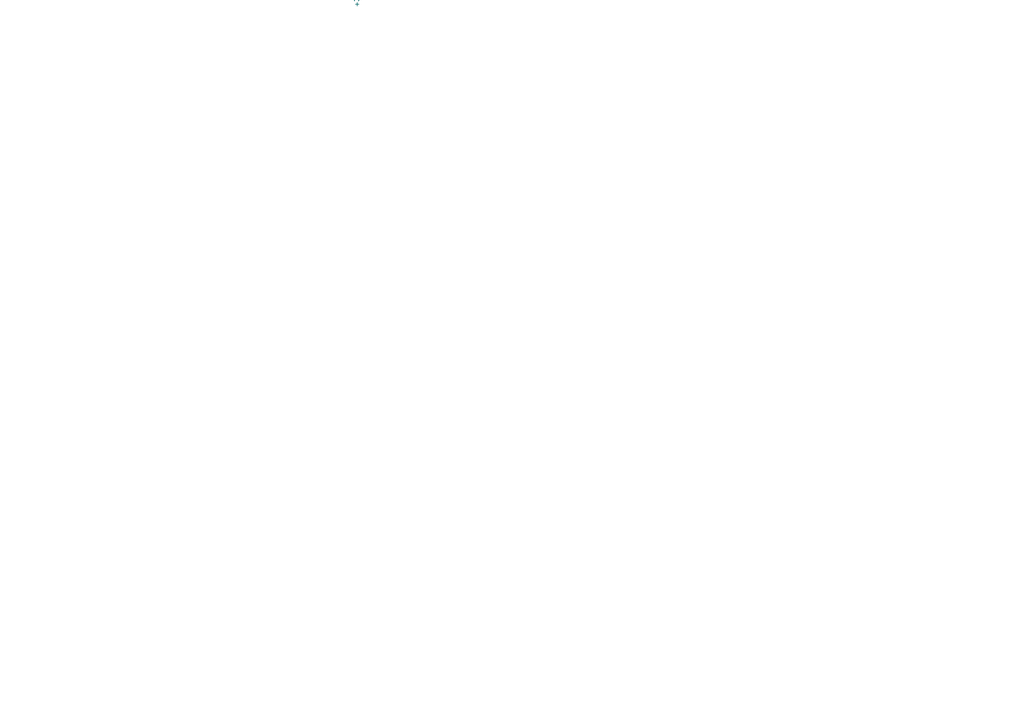
<source format=kicad_sch>
(kicad_sch (version 20211123) (generator eeschema)
  (paper "A4")
  (lib_symbols
    (symbol "Connector:AudioJack3"
      (property "Reference" "J" (at 0 8.89 0))
      (property "Value" "AudioJack3" (at 0 6.35 0))
      (symbol "AudioJack3_1_1"
        (pin passive line (at 5.08 0 180) (length 2.54) (name "~") (number "R"))
        (pin passive line (at 5.08 2.54 180) (length 2.54) (name "~") (number "S"))
        (pin passive line (at 5.08 -2.54 180) (length 2.54) (name "~") (number "T"))
      )
    )
    (symbol "Connector_Generic:Conn_01x02" (pin_names (offset 1.016) hide)
      (property "Reference" "J" (at 0 2.54 0))
      (property "Value" "Conn_01x02" (at 0 -5.08 0))
      (symbol "Conn_01x02_1_1"
        (pin passive line (at -5.08 0 0) (length 3.81) (name "Pin_1") (number "1"))
        (pin passive line (at -5.08 -2.54 0) (length 3.81) (name "Pin_2") (number "2"))
      )
    )
    (symbol "Connector_Generic:Conn_01x03" (pin_names (offset 1.016) hide)
      (property "Reference" "J" (at 0 5.08 0))
      (property "Value" "Conn_01x03" (at 0 -5.08 0))
      (symbol "Conn_01x03_1_1"
        (pin passive line (at -5.08 2.54 0) (length 3.81) (name "Pin_1") (number "1"))
        (pin passive line (at -5.08 0 0) (length 3.81) (name "Pin_2") (number "2"))
        (pin passive line (at -5.08 -2.54 0) (length 3.81) (name "Pin_3") (number "3"))
      )
    )
    (symbol "Connector_Generic:Conn_01x04" (pin_names (offset 1.016) hide)
      (property "Reference" "J" (at 0 5.08 0))
      (property "Value" "Conn_01x04" (at 0 -7.62 0))
      (symbol "Conn_01x04_1_1"
        (pin passive line (at -5.08 2.54 0) (length 3.81) (name "Pin_1") (number "1"))
        (pin passive line (at -5.08 0 0) (length 3.81) (name "Pin_2") (number "2"))
        (pin passive line (at -5.08 -2.54 0) (length 3.81) (name "Pin_3") (number "3"))
        (pin passive line (at -5.08 -5.08 0) (length 3.81) (name "Pin_4") (number "4"))
      )
    )
    (symbol "Connector_Generic:Conn_01x07" (pin_names (offset 1.016) hide)
      (property "Reference" "J" (at 0 10.16 0))
      (property "Value" "Conn_01x07" (at 0 -10.16 0))
      (symbol "Conn_01x07_1_1"
        (pin passive line (at -5.08 7.62 0) (length 3.81) (name "Pin_1") (number "1"))
        (pin passive line (at -5.08 5.08 0) (length 3.81) (name "Pin_2") (number "2"))
        (pin passive line (at -5.08 2.54 0) (length 3.81) (name "Pin_3") (number "3"))
        (pin passive line (at -5.08 0 0) (length 3.81) (name "Pin_4") (number "4"))
        (pin passive line (at -5.08 -2.54 0) (length 3.81) (name "Pin_5") (number "5"))
        (pin passive line (at -5.08 -5.08 0) (length 3.81) (name "Pin_6") (number "6"))
        (pin passive line (at -5.08 -7.62 0) (length 3.81) (name "Pin_7") (number "7"))
      )
    )
    (symbol "Device:Battery_Cell" (pin_numbers hide) (pin_names (offset 0) hide)
      (property "Reference" "BT" (at 2.54 2.54 0))
      (property "Value" "Battery_Cell" (at 2.54 0 0))
      (symbol "Battery_Cell_1_1"
        (pin passive line (at 0 5.08 270) (length 2.54) (name "+") (number "1"))
        (pin passive line (at 0 -2.54 90) (length 2.54) (name "-") (number "2"))
      )
    )
    (symbol "Device:R" (pin_numbers hide) (pin_names (offset 0))
      (property "Reference" "R" (at 2.032 0 90))
      (property "Value" "R" (at 0 0 90))
      (symbol "R_1_1"
        (pin passive line (at 0 3.81 270) (length 1.27) (name "~") (number "1"))
        (pin passive line (at 0 -3.81 90) (length 1.27) (name "~") (number "2"))
      )
    )
    (symbol "Mechanical:MountingHole" (pin_names (offset 1.016))
      (property "Reference" "H" (at 0 5.08 0))
      (property "Value" "MountingHole" (at 0 3.175 0))
    )
    (symbol "SamacSys_Parts:B3FS-1010" (pin_names (offset 0.762))
      (property "Reference" "S" (at 26.67 7.62 0))
      (property "Value" "B3FS-1010" (at 26.67 5.08 0))
      (symbol "B3FS-1010_0_0"
        (pin passive line (at 30.48 -2.54 180) (length 5.08) (name "COM_1") (number "1"))
        (pin passive line (at 0 -2.54 0) (length 5.08) (name "COM_2") (number "2"))
        (pin passive line (at 30.48 0 180) (length 5.08) (name "NO_1") (number "3"))
        (pin passive line (at 0 0 0) (length 5.08) (name "NO_2") (number "4"))
      )
    )
    (symbol "SamacSys_Parts:PCA9554APW,118" (pin_names (offset 0.762))
      (property "Reference" "IC" (at 24.13 7.62 0))
      (property "Value" "PCA9554APW,118" (at 24.13 5.08 0))
      (symbol "PCA9554APW,118_0_0"
        (pin passive line (at 0 0 0) (length 5.08) (name "A0") (number "1"))
        (pin passive line (at 27.94 -15.24 180) (length 5.08) (name "IO5") (number "10"))
        (pin passive line (at 27.94 -12.7 180) (length 5.08) (name "IO6") (number "11"))
        (pin passive line (at 27.94 -10.16 180) (length 5.08) (name "IO7") (number "12"))
        (pin passive line (at 27.94 -7.62 180) (length 5.08) (name "~{INT}") (number "13"))
        (pin passive line (at 27.94 -5.08 180) (length 5.08) (name "SCL") (number "14"))
        (pin passive line (at 27.94 -2.54 180) (length 5.08) (name "SDA") (number "15"))
        (pin passive line (at 27.94 0 180) (length 5.08) (name "VDD") (number "16"))
        (pin passive line (at 0 -2.54 0) (length 5.08) (name "A1") (number "2"))
        (pin passive line (at 0 -5.08 0) (length 5.08) (name "A2") (number "3"))
        (pin passive line (at 0 -7.62 0) (length 5.08) (name "IO0") (number "4"))
        (pin passive line (at 0 -10.16 0) (length 5.08) (name "IO1") (number "5"))
        (pin passive line (at 0 -12.7 0) (length 5.08) (name "IO2") (number "6"))
        (pin passive line (at 0 -15.24 0) (length 5.08) (name "IO3") (number "7"))
        (pin passive line (at 0 -17.78 0) (length 5.08) (name "VSS") (number "8"))
        (pin passive line (at 27.94 -17.78 180) (length 5.08) (name "IO4") (number "9"))
      )
    )
    (symbol "Switch:SW_Push" (pin_numbers hide) (pin_names (offset 1.016) hide)
      (property "Reference" "SW" (at 1.27 2.54 0))
      (property "Value" "SW_Push" (at 0 -1.524 0))
      (symbol "SW_Push_0_1"
        (pin passive line (at -5.08 0 0) (length 2.54) (name "1") (number "1"))
        (pin passive line (at 5.08 0 180) (length 2.54) (name "2") (number "2"))
      )
    )
    (symbol "Teensy_4.0_MicroMod:Teensy_4.0_MicroMod" (pin_names (offset 1.016))
      (property "Reference" "U" (at 10.795 33.02 0))
      (property "Value" "Teensy_4.0_MicroMod" (at 11.43 29.21 0))
      (symbol "Teensy_4.0_MicroMod_0_0"
        (text "Audio" (at -2.54 17.78 900) (effects (font (size 1.27 1.27))))
        (text "Dedicated" (at -5.715 -51.435 900) (effects (font (size 1.27 1.27))))
        (text "GPIO" (at 4.445 -57.15 900) (effects (font (size 1.27 1.27))))
        (text "I2C" (at -3.175 0.635 900) (effects (font (size 1.27 1.27))))
        (text "SDIO" (at -3.175 -17.145 900) (effects (font (size 1.27 1.27))))
        (text "SPI" (at -5.715 -35.56 900) (effects (font (size 1.27 1.27))))
        (text "UART" (at -5.715 -66.675 900) (effects (font (size 1.27 1.27))))
        (text "USB Device" (at 10.795 -32.385 900) (effects (font (size 1.27 1.27))))
        (text "USB Host" (at 10.795 -19.685 900) (effects (font (size 1.27 1.27))))
        (pin input line (at 27.94 20.32 180) (length 5.08) (name "PROGRAM") (number "11"))
        (pin bidirectional line (at 27.94 -32.385 180) (length 5.08) (name "D+") (number "3"))
        (pin power_in line (at 27.94 -1.27 180) (length 5.08) (name "GND") (number "33"))
        (pin bidirectional line (at 27.94 -20.955 180) (length 5.08) (name "D+") (number "35"))
        (pin power_in line (at 27.94 -3.81 180) (length 5.08) (name "GND") (number "36"))
        (pin bidirectional line (at 27.94 -18.415 180) (length 5.08) (name "D-") (number "37"))
        (pin power_in line (at 27.94 -6.35 180) (length 5.08) (name "GND") (number "39"))
        (pin power_in line (at 27.94 -8.89 180) (length 5.08) (name "GND") (number "45"))
        (pin bidirectional line (at 27.94 -29.845 180) (length 5.08) (name "D-") (number "5"))
        (pin input line (at 27.94 17.78 180) (length 5.08) (name "ON_OFF") (number "6"))
        (pin power_in line (at 27.94 1.27 180) (length 5.08) (name "GND") (number "7"))
        (pin input line (at 27.94 15.24 180) (length 5.08) (name "VBat") (number "72"))
        (pin power_in line (at 27.94 -11.43 180) (length 5.08) (name "GND") (number "75"))
        (pin power_in line (at 27.94 -34.925 180) (length 5.08) (name "VUSB") (number "9"))
      )
      (symbol "Teensy_4.0_MicroMod_1_1"
        (pin input line (at 27.94 12.7 180) (length 5.08) (name "GND") (number "1"))
        (pin input line (at -27.94 -55.88 0) (length 5.08) (name "4_D0") (number "10"))
        (pin input line (at -27.94 3.175 0) (length 5.08) (name "18_SDA_A4") (number "12"))
        (pin input line (at -27.94 5.715 0) (length 5.08) (name "19_SCL_A5") (number "14"))
        (pin input line (at -27.94 0.635 0) (length 5.08) (name "29_I2C_INT") (number "16"))
        (pin input line (at -27.94 -63.5 0) (length 5.08) (name "1_TX1") (number "17"))
        (pin input line (at -27.94 -58.42 0) (length 5.08) (name "5_D1") (number "18"))
        (pin input line (at -27.94 -66.04 0) (length 5.08) (name "0_RX1") (number "19"))
        (pin input line (at 27.94 22.86 180) (length 5.08) (name "3.3v") (number "2"))
        (pin input line (at -27.94 -71.12 0) (length 5.08) (name "16_RX2_A2") (number "20"))
        (pin input line (at -27.94 -68.58 0) (length 5.08) (name "17_TX2_A3") (number "22"))
        (pin input line (at -27.94 -50.8 0) (length 5.08) (name "3_PWM0") (number "32"))
        (pin input line (at -27.94 -45.72 0) (length 5.08) (name "14_A0") (number "34"))
        (pin input line (at -27.94 -48.26 0) (length 5.08) (name "15_A1") (number "38"))
        (pin input line (at 27.94 10.16 180) (length 5.08) (name "28_3.3vEN_GPIO") (number "4"))
        (pin input line (at 27.94 -42.545 180) (length 5.08) (name "40_G0") (number "40"))
        (pin input line (at -27.94 28.575 0) (length 5.08) (name "30_CAN_RX") (number "41"))
        (pin input line (at 27.94 -45.085 180) (length 5.08) (name "41_G1") (number "42"))
        (pin input line (at -27.94 31.115 0) (length 5.08) (name "31_CAN_TX") (number "43"))
        (pin input line (at 27.94 -47.625 180) (length 5.08) (name "42_G2") (number "44"))
        (pin input line (at 27.94 -50.165 180) (length 5.08) (name "43_G3") (number "46"))
        (pin input line (at -27.94 -53.34 0) (length 5.08) (name "2_PWM1") (number "47"))
        (pin input line (at 27.94 -52.705 180) (length 5.08) (name "44_G4") (number "48"))
        (pin input line (at 27.94 6.985 180) (length 5.08) (name "22_BATT_VIN_A8") (number "49"))
        (pin input line (at -27.94 12.7 0) (length 5.08) (name "21_BCLK_A7") (number "50"))
        (pin input line (at -27.94 -4.445 0) (length 5.08) (name "25_SDA1_A11") (number "51"))
        (pin input line (at -27.94 15.24 0) (length 5.08) (name "20_LRCLK_A6") (number "52"))
        (pin input line (at -27.94 -1.905 0) (length 5.08) (name "24_SCL1_A10") (number "53"))
        (pin input line (at -27.94 17.78 0) (length 5.08) (name "8_AUD_IN") (number "54"))
        (pin input line (at -27.94 -39.37 0) (length 5.08) (name "10_SPI_CS") (number "55"))
        (pin input line (at -27.94 20.32 0) (length 5.08) (name "7_AUD_OUT") (number "56"))
        (pin input line (at -27.94 -31.75 0) (length 5.08) (name "13_SPI_SCK") (number "57"))
        (pin input line (at -27.94 22.86 0) (length 5.08) (name "23_MCLK_A9") (number "58"))
        (pin input line (at -27.94 -34.29 0) (length 5.08) (name "11_SPI_SDO") (number "59"))
        (pin input line (at -27.94 -11.43 0) (length 5.08) (name "36_SDIO_CLK") (number "60"))
        (pin input line (at -27.94 -36.83 0) (length 5.08) (name "12_SPI_SDI") (number "61"))
        (pin input line (at -27.94 -13.97 0) (length 5.08) (name "37_SDIO_CMD") (number "62"))
        (pin input line (at 27.94 -67.945 180) (length 5.08) (name "33_G10_ADCD+") (number "63"))
        (pin input line (at -27.94 -16.51 0) (length 5.08) (name "35_SDIO_DATA0") (number "64"))
        (pin input line (at 27.94 -65.405 180) (length 5.08) (name "32_G9_ADCD-") (number "65"))
        (pin input line (at -27.94 -19.05 0) (length 5.08) (name "34_SDIO_DATA1") (number "66"))
        (pin input line (at 27.94 -62.865 180) (length 5.08) (name "26_G8_A12") (number "67"))
        (pin input line (at -27.94 -21.59 0) (length 5.08) (name "38_SDIO_DATA2") (number "68"))
        (pin input line (at 27.94 -60.325 180) (length 5.08) (name "9_G7") (number "69"))
        (pin input line (at -27.94 -24.13 0) (length 5.08) (name "39_SDIO_DATA3") (number "70"))
        (pin input line (at 27.94 -57.785 180) (length 5.08) (name "6_G6") (number "71"))
        (pin input line (at 27.94 -55.245 180) (length 5.08) (name "45_G5") (number "73"))
        (pin input line (at 27.94 -70.485 180) (length 5.08) (name "27_G11_A13") (number "8"))
      )
    )
    (symbol "clarinoid2:Molex microSD 503398-1892" (pin_names (offset 1.016))
      (property "Reference" "J" (at -12.7254 15.2654 0))
      (property "Value" "Molex microSD 503398-1892" (at -12.7 -17.78 0))
      (symbol "Molex microSD 503398-1892_0_0"
        (pin passive line (at 17.78 -2.54 180) (length 5.08) (name "DAT2") (number "1"))
        (pin passive line (at 17.78 -7.62 180) (length 5.08) (name "DETECT_SWITCH") (number "10"))
        (pin passive line (at 17.78 -5.08 180) (length 5.08) (name "CD/DAT3^2") (number "2"))
        (pin passive line (at 17.78 7.62 180) (length 5.08) (name "CMD") (number "3"))
        (pin power_in line (at 17.78 12.7 180) (length 5.08) (name "VDD") (number "4"))
        (pin passive clock (at 17.78 5.08 180) (length 5.08) (name "CLK") (number "5"))
        (pin power_in line (at 17.78 -15.24 180) (length 5.08) (name "VSS") (number "6"))
        (pin passive line (at 17.78 2.54 180) (length 5.08) (name "DAT0") (number "7"))
        (pin passive line (at 17.78 0 180) (length 5.08) (name "DAT1") (number "8"))
        (pin power_in line (at 17.78 -15.24 180) (length 5.08) (name "VSS") (number "9"))
        (pin passive line (at 17.78 -12.7 180) (length 5.08) (name "SHIELD") (number "P1"))
        (pin passive line (at 17.78 -12.7 180) (length 5.08) (name "SHIELD") (number "P2"))
        (pin passive line (at 17.78 -12.7 180) (length 5.08) (name "SHIELD") (number "P3"))
        (pin passive line (at 17.78 -12.7 180) (length 5.08) (name "SHIELD") (number "P4"))
      )
    )
    (symbol "clarinoid2:StereoPot_SW" (pin_names (offset 1.016) hide)
      (property "Reference" "J" (at 0 10.16 0))
      (property "Value" "StereoPot_SW" (at -3.81 -13.97 0))
      (symbol "StereoPot_SW_0_0"
        (text "R1gnd" (at 0 2.54 0) (effects (font (size 1.27 1.27)) (justify left)))
        (text "R1in" (at 0 -2.54 0) (effects (font (size 1.27 1.27)) (justify left)))
        (text "R1out" (at 0 0 0) (effects (font (size 1.27 1.27)) (justify left)))
        (text "R2gnd" (at 0 -5.08 0) (effects (font (size 1.27 1.27)) (justify left)))
        (text "R2in" (at 0 -10.16 0) (effects (font (size 1.27 1.27)) (justify left)))
        (text "R2out" (at 0 -7.62 0) (effects (font (size 1.27 1.27)) (justify left)))
        (text "SW1" (at 0 7.62 0) (effects (font (size 1.27 1.27)) (justify left)))
        (text "SW2" (at 0 5.08 0) (effects (font (size 1.27 1.27)) (justify left)))
      )
      (symbol "StereoPot_SW_1_1"
        (pin passive line (at -5.08 7.62 0) (length 3.81) (name "SW1") (number "1"))
        (pin passive line (at -5.08 5.08 0) (length 3.81) (name "SW2") (number "2"))
        (pin passive line (at -5.08 2.54 0) (length 3.81) (name "Lin") (number "3"))
        (pin passive line (at -5.08 0 0) (length 3.81) (name "Lout") (number "4"))
        (pin passive line (at -5.08 -2.54 0) (length 3.81) (name "AGND") (number "5"))
        (pin passive line (at -5.08 -5.08 0) (length 3.81) (name "Rin") (number "6"))
        (pin passive line (at -5.08 -7.62 0) (length 3.81) (name "Rout") (number "7"))
        (pin passive line (at -5.08 -10.16 0) (length 3.81) (name "Rout") (number "8"))
      )
    )
    (symbol "clarinoid2:octave_keys_7" (pin_names (offset 1.016))
      (property "Reference" "U" (at 5.08 5.08 0))
      (property "Value" "octave_keys_7" (at -2.54 2.54 0))
      (symbol "octave_keys_7_1_1"
        (pin input line (at -8.89 6.35 270) (length 2.54) (name "~") (number "1"))
        (pin input line (at -6.35 6.35 270) (length 2.54) (name "~") (number "2"))
        (pin input line (at -3.81 6.35 270) (length 2.54) (name "~") (number "3"))
        (pin input line (at -1.27 6.35 270) (length 2.54) (name "~") (number "4"))
        (pin input line (at 1.27 6.35 270) (length 2.54) (name "~") (number "5"))
        (pin input line (at 3.81 6.35 270) (length 2.54) (name "~") (number "6"))
      )
    )
    (symbol "clarinoid3-rescue:R_POT-Device" (pin_names (offset 1.016) hide)
      (property "Reference" "RV" (at -4.445 0 90))
      (property "Value" "R_POT-Device" (at -2.54 0 90))
      (symbol "R_POT-Device_1_1"
        (pin passive line (at 0 3.81 270) (length 1.27) (name "1") (number "1"))
        (pin passive line (at 3.81 0 180) (length 1.27) (name "2") (number "2"))
        (pin passive line (at 0 -3.81 90) (length 1.27) (name "3") (number "3"))
      )
    )
    (symbol "clarinoid3-rescue:Rotary_Encoder_Switch-Device" (pin_names (offset 0.254) hide)
      (property "Reference" "SW" (at 0 6.604 0))
      (property "Value" "Rotary_Encoder_Switch-Device" (at 0 -6.604 0))
      (symbol "Rotary_Encoder_Switch-Device_1_1"
        (pin passive line (at -7.62 2.54 0) (length 2.54) (name "A") (number "A"))
        (pin passive line (at -7.62 -2.54 0) (length 2.54) (name "B") (number "B"))
        (pin passive line (at -7.62 0 0) (length 2.54) (name "C") (number "C"))
        (pin passive line (at 7.62 2.54 180) (length 2.54) (name "S1") (number "S1"))
        (pin passive line (at 7.62 -2.54 180) (length 2.54) (name "S2") (number "S2"))
      )
    )
    (symbol "clarinoid3-rescue:USB_B_Micro-Connector" (pin_names (offset 1.016))
      (property "Reference" "J" (at -5.08 11.43 0))
      (property "Value" "USB_B_Micro-Connector" (at -5.08 8.89 0))
      (symbol "USB_B_Micro-Connector_1_1"
        (pin power_out line (at 7.62 5.08 180) (length 2.54) (name "VBUS") (number "1"))
        (pin passive line (at 7.62 -2.54 180) (length 2.54) (name "D-") (number "2"))
        (pin passive line (at 7.62 0 180) (length 2.54) (name "D+") (number "3"))
        (pin passive line (at 7.62 -5.08 180) (length 2.54) (name "ID") (number "4"))
        (pin power_out line (at 0 -10.16 90) (length 2.54) (name "GND") (number "5"))
        (pin passive line (at -2.54 -10.16 90) (length 2.54) (name "Shield") (number "6"))
      )
    )
    (symbol "clarinoidSymbols:AdafruitMPR121" (pin_names (offset 1.016))
      (property "Reference" "U" (at 0 20.32 0))
      (property "Value" "AdafruitMPR121" (at 3.81 -15.24 0))
      (symbol "AdafruitMPR121_0_0"
        (pin open_collector line (at -15.24 -11.43 0) (length 5.08) (name "10") (number "10"))
        (pin open_collector line (at -15.24 -13.97 0) (length 5.08) (name "11") (number "11"))
        (pin output line (at 16.51 1.27 180) (length 5.08) (name "IRQ") (number "13"))
        (pin bidirectional line (at 16.51 3.81 180) (length 5.08) (name "SCL") (number "14"))
        (pin bidirectional line (at 16.51 6.35 180) (length 5.08) (name "SDA") (number "15"))
        (pin bidirectional line (at 16.51 8.89 180) (length 5.08) (name "Addr") (number "16"))
        (pin power_in line (at 16.51 11.43 180) (length 5.08) (name "GND") (number "17"))
        (pin power_out line (at 16.51 13.97 180) (length 5.08) (name "3vo") (number "18"))
        (pin power_in line (at 16.51 16.51 180) (length 5.08) (name "Vin") (number "19"))
        (pin open_collector line (at -15.24 6.35 0) (length 5.08) (name "3") (number "3"))
        (pin open_collector line (at -15.24 3.81 0) (length 5.08) (name "4") (number "4"))
        (pin open_collector line (at -15.24 1.27 0) (length 5.08) (name "5") (number "5"))
        (pin open_collector line (at -15.24 -1.27 0) (length 5.08) (name "6") (number "6"))
        (pin open_collector line (at -15.24 -3.81 0) (length 5.08) (name "7") (number "7"))
        (pin open_collector line (at -15.24 -6.35 0) (length 5.08) (name "8") (number "8"))
        (pin open_collector line (at -15.24 -8.89 0) (length 5.08) (name "9") (number "9"))
      )
      (symbol "AdafruitMPR121_1_1"
        (pin open_collector line (at -15.24 13.97 0) (length 5.08) (name "0") (number "0"))
        (pin open_collector line (at -15.24 11.43 0) (length 5.08) (name "1") (number "1"))
        (pin power_in line (at -15.24 16.51 0) (length 5.08) (name "GND") (number "12"))
        (pin open_collector line (at -15.24 8.89 0) (length 5.08) (name "2") (number "2"))
      )
    )
    (symbol "clarinoidSymbols:HoneywellABPMAND001PG2A3" (pin_names (offset 1.016))
      (property "Reference" "U" (at 2.54 -7.62 0))
      (property "Value" "HoneywellABPMAND001PG2A3" (at 0 8.89 0))
      (symbol "HoneywellABPMAND001PG2A3_1_1"
        (pin power_in line (at -8.89 -3.81 0) (length 2.54) (name "GND") (number "1"))
        (pin power_in line (at -8.89 0 0) (length 2.54) (name "Vs") (number "2"))
        (pin output line (at -8.89 3.81 0) (length 2.54) (name "INT") (number "3"))
        (pin output line (at 8.89 3.81 180) (length 2.54) (name "NC") (number "4"))
        (pin bidirectional line (at 8.89 0 180) (length 2.54) (name "SDA") (number "5"))
        (pin input line (at 8.89 -3.81 180) (length 2.54) (name "SCL") (number "6"))
      )
    )
    (symbol "clarinoidSymbols:MH-CD42" (pin_names (offset 1.016))
      (property "Reference" "U" (at -6.35 -10.16 0))
      (property "Value" "MH-CD42" (at -2.54 8.89 0))
      (symbol "MH-CD42_1_1"
        (pin power_in line (at -10.16 1.27 0) (length 2.54) (name "BAT+") (number "~"))
        (pin power_in line (at -10.16 -1.27 0) (length 2.54) (name "BAT-") (number "~"))
        (pin power_in line (at -10.16 -6.35 0) (length 2.54) (name "Charge+") (number "~"))
        (pin power_in line (at -10.16 -3.81 0) (length 2.54) (name "Charge-") (number "~"))
        (pin input line (at 10.16 6.35 180) (length 2.54) (name "Key") (number "~"))
        (pin power_out line (at -10.16 6.35 0) (length 2.54) (name "Out_5v") (number "~"))
        (pin power_out line (at -10.16 3.81 0) (length 2.54) (name "Out_Gnd") (number "~"))
      )
    )
    (symbol "clarinoidSymbols:PCM5102" (pin_names (offset 1.016))
      (property "Reference" "U" (at 2.54 15.24 0))
      (property "Value" "PCM5102" (at -1.27 -11.43 0))
      (symbol "PCM5102_1_1"
        (pin power_in line (at 8.89 1.27 180) (length 2.54) (name "A3v3") (number "~"))
        (pin output line (at 8.89 -6.35 180) (length 2.54) (name "Agnd") (number "~"))
        (pin power_in line (at 8.89 -1.27 180) (length 2.54) (name "Agnd") (number "~"))
        (pin input line (at -8.89 8.89 0) (length 2.54) (name "BCK") (number "~"))
        (pin input line (at 8.89 8.89 180) (length 2.54) (name "DEMP") (number "~"))
        (pin input line (at -8.89 6.35 0) (length 2.54) (name "DIN") (number "~"))
        (pin input line (at 8.89 11.43 180) (length 2.54) (name "FLT") (number "~"))
        (pin input line (at 8.89 3.81 180) (length 2.54) (name "FMT") (number "~"))
        (pin power_in line (at -8.89 1.27 0) (length 2.54) (name "GND") (number "~"))
        (pin input line (at -8.89 3.81 0) (length 2.54) (name "LCK") (number "~"))
        (pin output line (at 8.89 -8.89 180) (length 2.54) (name "LRout") (number "~"))
        (pin output line (at 8.89 -3.81 180) (length 2.54) (name "Rout") (number "~"))
        (pin input line (at -8.89 11.43 0) (length 2.54) (name "SCK") (number "~"))
        (pin power_in line (at -8.89 -1.27 0) (length 2.54) (name "Vin") (number "~"))
        (pin input line (at 8.89 6.35 180) (length 2.54) (name "XSMT") (number "~"))
      )
    )
    (symbol "power:+3.3V" (power) (pin_names (offset 0))
      (property "Value" "+3.3V" (at 0 3.556 0))
      (symbol "+3.3V_1_1"
        (pin power_in line (at 0 0 90) (length 0) hide (name "+3V3") (number "1"))
      )
    )
    (symbol "power:GND" (power) (pin_names (offset 0))
      (property "Value" "GND" (at 0 -3.81 0))
      (symbol "GND_1_1"
        (pin power_in line (at 0 0 270) (length 0) hide (name "GND") (number "1"))
      )
    )
  )
  (wire (pts (xy 359.41 -134.62) (xy 364.49 -134.62)))
  (wire (pts (xy 364.49 -139.7) (xy 359.41 -139.7)))
  (wire (pts (xy -43.18 -30.48) (xy -33.02 -30.48)))
  (wire (pts (xy -27.94 -25.4) (xy -21.59 -25.4)))
  (wire (pts (xy 404.495 -129.54) (xy 396.24 -129.54)))
  (wire (pts (xy -33.02 -27.94) (xy -21.59 -27.94)))
  (wire (pts (xy 359.41 -139.7) (xy 359.41 -134.62)))
  (wire (pts (xy -27.94 -22.86) (xy -27.94 -25.4)))
  (wire (pts (xy 404.495 -124.46) (xy 396.24 -124.46)))
  (wire (pts (xy 404.495 -116.84) (xy 396.24 -116.84)))
  (wire (pts (xy 404.495 -119.38) (xy 396.24 -119.38)))
  (wire (pts (xy -43.18 -22.86) (xy -27.94 -22.86)))
  (wire (pts (xy -33.02 -30.48) (xy -33.02 -27.94)))
  (wire (pts (xy 404.495 -121.92) (xy 396.24 -121.92)))
  (wire (pts (xy 404.495 -127) (xy 396.24 -127)))
  (global_label "i2c_sda" (shape input) (at 364.49 -132.08 180) (property "Intersheet References" "${INTERSHEET_REFS}" (effects hide)))
  (global_label "i2c_scl" (shape input) (at 229.87 -105.41 0) (property "Intersheet References" "${INTERSHEET_REFS}" (effects hide)))
  (global_label "i2c_sda" (shape input) (at 543.56 -123.19 0) (property "Intersheet References" "${INTERSHEET_REFS}" (effects hide)))
  (global_label "i2c_scl" (shape input) (at 497.84 -76.835 180) (property "Intersheet References" "${INTERSHEET_REFS}" (effects hide)))
  (global_label "i2c_sda" (shape input) (at 497.84 -79.375 180) (property "Intersheet References" "${INTERSHEET_REFS}" (effects hide)))
  (global_label "i2c_scl" (shape input) (at 364.49 -129.54 180) (property "Intersheet References" "${INTERSHEET_REFS}" (effects hide)))
  (global_label "i2c_sda" (shape input) (at 229.87 -102.87 0) (property "Intersheet References" "${INTERSHEET_REFS}" (effects hide)))
  (global_label "i2c_scl" (shape input) (at 330.835 -111.125 180) (property "Intersheet References" "${INTERSHEET_REFS}" (effects hide)))
  (global_label "i2c_sda" (shape input) (at 330.835 -108.585 180) (property "Intersheet References" "${INTERSHEET_REFS}" (effects hide)))
  (global_label "i2c_sda" (shape input) (at 530.86 -98.425 180) (property "Intersheet References" "${INTERSHEET_REFS}" (effects hide)))
  (global_label "i2c_scl" (shape input) (at 543.56 -119.38 0) (property "Intersheet References" "${INTERSHEET_REFS}" (effects hide)))
  (global_label "i2c_scl" (shape input) (at 530.86 -95.885 180) (property "Intersheet References" "${INTERSHEET_REFS}" (effects hide)))
  (symbol (lib_id "clarinoidSymbols:AdafruitMPR121") (at 213.36 -109.22 0) (mirror x) (unit 1)
    (property "Reference" "U2" (at 211.0232 -85.979 0))
    (property "Value" "AdafruitMPR121" (at 211.0232 -88.2904 0))
    (property "Footprint" "clarinoid2:MPR121_hdr_0keys_copy" (effects hide))
  )
  (symbol (lib_id "clarinoidSymbols:AdafruitMPR121") (at 381 -125.73 0) (mirror y) (unit 1)
    (property "Reference" "U3" (at 382.7018 -148.971 0))
    (property "Value" "AdafruitMPR121" (at 382.7018 -146.6596 0))
    (property "Footprint" "clarinoid2:MPR121_hdr_12keys" (effects hide))
  )
  (symbol (lib_id "clarinoidSymbols:MH-CD42") (at -11.43 -26.67 0) (unit 1)
    (property "Reference" "U5" (at -11.43 -38.735 0))
    (property "Value" "MH-CD42" (at -11.43 -36.4236 0))
    (property "Footprint" "clarinoid2:MH-CD42_flip_window" (effects hide))
  )
  (symbol (lib_id "clarinoidSymbols:PCM5102") (at -50.8 2.54 0) (unit 1)
    (property "Reference" "U6" (at -50.8 -15.621 0))
    (property "Value" "PCM5102" (at -50.8 -13.3096 0))
    (property "Footprint" "clarinoid2:HILETGOPCM5102" (effects hide))
  )
  (symbol (lib_id "Device:Battery_Cell") (at -43.18 -25.4 0) (unit 1)
    (property "Reference" "BT1" (at -40.1828 -27.8384 0) (effects (justify left)))
    (property "Value" "Battery_Cell" (at -40.1828 -25.527 0) (effects (justify left)))
    (property "Footprint" "clarinoid2:KEYSTONE_1043" (effects hide))
  )
  (symbol (lib_id "Switch:SW_Push") (at 384.81 -72.39 0) (unit 1)
    (property "Reference" "SW10" (at 384.81 -79.629 0))
    (property "Value" "LHx1" (at 384.81 -77.3176 0))
    (property "Footprint" "clarinoid2:MB2511S2G45" (effects hide))
  )
  (symbol (lib_id "Switch:SW_Push") (at 401.32 -72.39 0) (unit 1)
    (property "Reference" "SW11" (at 401.32 -79.629 0))
    (property "Value" "LHx2" (at 401.32 -77.3176 0))
    (property "Footprint" "clarinoid2:MB2511S2G45" (effects hide))
  )
  (symbol (lib_id "Switch:SW_Push") (at 415.29 -62.23 0) (unit 1)
    (property "Reference" "SW12" (at 415.29 -69.469 0))
    (property "Value" "LHback" (at 415.29 -67.1576 0))
    (property "Footprint" "clarinoid2:MB2511S4W01-BC" (effects hide))
  )
  (symbol (lib_id "Switch:SW_Push") (at 427.99 -73.66 0) (unit 1)
    (property "Reference" "SW13" (at 427.99 -80.899 0))
    (property "Value" "LHx3" (at 427.99 -78.5876 0))
    (property "Footprint" "clarinoid2:MB2511S2G45" (effects hide))
  )
  (symbol (lib_id "Switch:SW_Push") (at 441.96 -62.23 0) (unit 1)
    (property "Reference" "SW14" (at 441.96 -69.469 0))
    (property "Value" "LHok" (at 441.96 -67.1576 0))
    (property "Footprint" "clarinoid2:MB2511S4W01-BC" (effects hide))
  )
  (symbol (lib_id "Switch:SW_Push") (at 100.33 -105.41 0) (unit 1)
    (property "Reference" "SW5" (at 100.33 -112.649 0))
    (property "Value" "RHx2" (at 100.33 -110.3376 0))
    (property "Footprint" "clarinoid2:MB2511S2G45" (effects hide))
  )
  (symbol (lib_id "Switch:SW_Push") (at 119.38 -105.41 0) (unit 1)
    (property "Reference" "SW6" (at 119.38 -112.649 0))
    (property "Value" "RHx3" (at 119.38 -110.3376 0))
    (property "Footprint" "clarinoid2:MB2511S2G45" (effects hide))
  )
  (symbol (lib_id "Switch:SW_Push") (at 81.28 -106.68 0) (unit 1)
    (property "Reference" "SW3" (at 81.28 -113.919 0))
    (property "Value" "RHx1" (at 81.28 -111.6076 0))
    (property "Footprint" "clarinoid2:MB2511S2G45" (effects hide))
  )
  (symbol (lib_id "clarinoid3-rescue:Rotary_Encoder_Switch-Device") (at 384.175 -165.1 0) (unit 1)
    (property "Reference" "SW9" (at 384.175 -174.4218 0))
    (property "Value" "Rotary_Encoder_Switch" (at 384.175 -172.1104 0))
    (property "Footprint" "clarinoid3:Bourns_ENC_PEC11R-4215F-S0024" (effects hide))
  )
  (symbol (lib_id "clarinoid3-rescue:R_POT-Device") (at 103.505 -10.795 180) (unit 1)
    (property "Reference" "RV2" (at 106.426 -10.795 90))
    (property "Value" "PITCH" (at 108.7374 -10.795 90))
    (property "Footprint" "clarinoid2:MAT060-B100K-231-A01" (effects hide))
  )
  (symbol (lib_id "Connector_Generic:Conn_01x03") (at -195.58 -99.06 0) (unit 1)
    (property "Reference" "J1" (at -193.548 -100.1268 0) (effects (justify left)))
    (property "Value" "LEDHdr" (at -193.548 -97.8154 0) (effects (justify left)))
    (property "Footprint" "clarinoid2:solder point DIP 1x3" (effects hide))
  )
  (symbol (lib_id "Connector_Generic:Conn_01x07") (at -35.56 -99.06 0) (unit 1)
    (property "Reference" "J2" (at -33.528 -100.1268 0) (effects (justify left)))
    (property "Value" "OLEDHdr" (at -33.528 -97.8154 0) (effects (justify left)))
    (property "Footprint" "clarinoid2:solder point DIP 1x7" (effects hide))
  )
  (symbol (lib_id "clarinoidSymbols:HoneywellABPMAND001PG2A3") (at 534.67 -123.19 0) (unit 1)
    (property "Reference" "U7" (at 534.67 -135.001 0))
    (property "Value" "HoneywellABPMAND001PG2A3" (at 534.67 -132.6896 0))
    (property "Footprint" "clarinoid2:SON160P500X500X140-6N" (effects hide))
  )
  (symbol (lib_id "Connector:AudioJack3") (at 0 -73.66 0) (unit 1)
    (property "Reference" "J5" (at -0.4572 -81.915 0))
    (property "Value" "AudioOut" (at -0.4572 -79.6036 0))
    (property "Footprint" "clarinoid2:Switchcraft_35RAPC4BH3_3.5mm_female_jack_nosw_downfacing" (effects hide))
  )
  (symbol (lib_id "Connector:AudioJack3") (at 0 -90.17 0) (unit 1)
    (property "Reference" "J4" (at -0.4572 -98.425 0))
    (property "Value" "MIDIOut" (at -0.4572 -96.1136 0))
    (property "Footprint" "clarinoid2:Switchcraft_35RAPC4BH3_3.5mm_female_jack_nosw_downfacing" (effects hide))
  )
  (symbol (lib_id "Connector_Generic:Conn_01x04") (at 535.94 -98.425 0) (unit 1)
    (property "Reference" "J7" (at 537.972 -98.2218 0) (effects (justify left)))
    (property "Value" "BREATHI2CHdr" (at 537.972 -95.9104 0) (effects (justify left)))
    (property "Footprint" "clarinoid2:solder point DIP 1x4" (effects hide))
  )
  (symbol (lib_id "clarinoid2:octave_keys_7") (at 410.845 -125.73 90) (unit 1)
    (property "Reference" "U8" (at 406.2984 -135.3312 0) (effects (justify left)))
    (property "Value" "octave_keys" (at 408.6098 -135.3312 0) (effects (justify left)))
    (property "Footprint" "clarinoid2:CLARINOID_M6_6OCTAVES" (effects hide))
  )
  (symbol (lib_id "Device:R") (at 8.89 -92.71 270) (unit 1)
    (property "Reference" "R1" (at 8.89 -97.9678 90))
    (property "Value" "47" (at 8.89 -95.6564 90))
    (property "Footprint" "Resistor_SMD:R_0603_1608Metric" (effects hide))
  )
  (symbol (lib_id "Device:R") (at 8.89 -90.17 270) (unit 1)
    (property "Reference" "R2" (at 8.89 -95.4278 90))
    (property "Value" "47" (at 8.89 -93.1164 90))
    (property "Footprint" "Resistor_SMD:R_0603_1608Metric" (effects hide))
  )
  (symbol (lib_id "Connector_Generic:Conn_01x03") (at 94.615 -10.795 180) (unit 1)
    (property "Reference" "J10" (at 92.583 -9.7282 0) (effects (justify left)))
    (property "Value" "pitch_pitchhdr" (at 92.583 -12.0396 0) (effects (justify left)))
    (property "Footprint" "clarinoid2:solder point DIP 1x3" (effects hide))
  )
  (symbol (lib_id "Connector_Generic:Conn_01x04") (at 227.33 -69.85 0) (unit 1)
    (property "Reference" "J12" (at 229.362 -69.6468 0) (effects (justify left)))
    (property "Value" "RHI2CHdr" (at 229.362 -67.3354 0) (effects (justify left)))
    (property "Footprint" "clarinoid2:solder point DIP 1x4" (effects hide))
  )
  (symbol (lib_id "Connector_Generic:Conn_01x02") (at 227.33 -59.69 0) (unit 1)
    (property "Reference" "J13" (at 229.362 -59.4868 0) (effects (justify left)))
    (property "Value" "RHencHdr" (at 229.362 -57.1754 0) (effects (justify left)))
    (property "Footprint" "clarinoid2:solder point DIP 1x2" (effects hide))
  )
  (symbol (lib_id "Connector_Generic:Conn_01x03") (at -35.56 -71.12 0) (unit 1)
    (property "Reference" "J9" (at -33.528 -72.1868 0) (effects (justify left)))
    (property "Value" "RH_PitchHdr" (at -33.528 -69.8754 0) (effects (justify left)))
    (property "Footprint" "clarinoid2:solder point DIP 1x3" (effects hide))
  )
  (symbol (lib_id "power:GND") (at 478.79 -45.72 90) (unit 1)
    (property "Reference" "#PWR0103" (effects hide))
    (property "Value" "GND" (at 482.0412 -45.847 90) (effects (justify right)))
  )
  (symbol (lib_id "clarinoid3-rescue:USB_B_Micro-Connector") (at -149.86 10.16 0) (unit 1)
    (property "Reference" "J8" (at -148.4122 -1.7018 0))
    (property "Value" "USB_B_Micro" (at -148.4122 0.6096 0))
    (property "Footprint" "Connector_USB:USB_Micro-B_Amphenol_10118194_Horizontal" (effects hide))
  )
  (symbol (lib_id "power:GND") (at 530.86 -93.345 270) (unit 1)
    (property "Reference" "#PWR0104" (effects hide))
    (property "Value" "GND" (at 526.4658 -93.218 0))
  )
  (symbol (lib_id "power:GND") (at 391.795 -162.56 90) (unit 1)
    (property "Reference" "#PWR0106" (effects hide))
    (property "Value" "GND" (at 396.1892 -162.687 0))
  )
  (symbol (lib_id "power:+3.3V") (at 103.505 -6.985 180) (unit 1)
    (property "Reference" "#PWR0129" (effects hide))
    (property "Value" "+3.3V" (at 103.5049 -3.175 90) (effects (justify left)))
  )
  (symbol (lib_id "power:GND") (at 143.51 -105.41 0) (unit 1)
    (property "Reference" "#PWR0126" (effects hide))
    (property "Value" "GND" (at 143.51 -99.06 0))
  )
  (symbol (lib_id "power:GND") (at 497.84 -74.295 270) (unit 1)
    (property "Reference" "#PWR0134" (effects hide))
    (property "Value" "GND" (at 493.4458 -74.168 0))
  )
  (symbol (lib_id "power:GND") (at 364.49 -137.16 270) (unit 1)
    (property "Reference" "#PWR0117" (effects hide))
    (property "Value" "GND" (at 360.68 -137.1601 90) (effects (justify right)))
  )
  (symbol (lib_id "Teensy_4.0_MicroMod:Teensy_4.0_MicroMod") (at -142.24 -92.71 0) (unit 1)
    (property "Reference" "U1" (at -142.24 -134.62 0))
    (property "Value" "Teensy_4.0_MicroMod" (at -142.24 -132.08 0))
    (property "Footprint" "clarinoid2:Teensy_4.0_MicroMod_nospacer" (effects hide))
  )
  (symbol (lib_id "power:+3.3V") (at 530.86 -100.965 90) (unit 1)
    (property "Reference" "#PWR0102" (effects hide))
    (property "Value" "+3.3V" (at 527.05 -100.9651 90) (effects (justify left)))
  )
  (symbol (lib_id "power:GND") (at 433.07 -73.66 90) (unit 1)
    (property "Reference" "#PWR0110" (effects hide))
    (property "Value" "GND" (at 437.4642 -73.787 0))
  )
  (symbol (lib_id "Mechanical:MountingHole") (at -141.605 -144.145 0) (unit 1)
    (property "Reference" "H8" (at -137.16 -145.4151 0) (effects (justify left)))
    (property "Value" "micromod_spacer" (at -137.16 -142.8751 0) (effects (justify left)))
    (property "Footprint" "clarinoid2:Wurth_9774025151_M2.5_spacer_for_micromod" (effects hide))
  )
  (symbol (lib_id "power:+3.3V") (at 99.695 -8.255 180) (unit 1)
    (property "Reference" "#PWR0130" (effects hide))
    (property "Value" "+3.3V" (at 99.695 -2.54 0))
  )
  (symbol (lib_id "power:GND") (at 229.87 -97.79 90) (unit 1)
    (property "Reference" "#PWR0120" (effects hide))
    (property "Value" "GND" (at 233.68 -97.7899 90) (effects (justify right)))
  )
  (symbol (lib_id "power:GND") (at 406.4 -72.39 90) (unit 1)
    (property "Reference" "#PWR0114" (effects hide))
    (property "Value" "GND" (at 410.7942 -72.517 0))
  )
  (symbol (lib_id "power:GND") (at 86.36 -106.68 0) (unit 1)
    (property "Reference" "#PWR0101" (effects hide))
    (property "Value" "GND" (at 86.36 -100.33 0))
  )
  (symbol (lib_id "power:GND") (at 389.89 -72.39 90) (unit 1)
    (property "Reference" "#PWR0113" (effects hide))
    (property "Value" "GND" (at 394.2842 -72.517 0))
  )
  (symbol (lib_id "power:GND") (at 103.505 -14.605 180) (unit 1)
    (property "Reference" "#PWR0128" (effects hide))
    (property "Value" "GND" (at 103.5049 -18.415 90) (effects (justify right)))
  )
  (symbol (lib_id "power:GND") (at 330.835 -106.045 270) (unit 1)
    (property "Reference" "#PWR0132" (effects hide))
    (property "Value" "GND" (at 331.47 -106.0451 90) (effects (justify left)))
  )
  (symbol (lib_id "Mechanical:MountingHole") (at 532.13 -111.76 0) (unit 1)
    (property "Reference" "H4" (at 534.67 -113.0301 0) (effects (justify left)))
    (property "Value" "breath_h1" (at 534.67 -110.4901 0) (effects (justify left)))
    (property "Footprint" "MountingHole:MountingHole_3.2mm_M3_Pad" (effects hide))
  )
  (symbol (lib_id "power:GND") (at 175.26 -132.08 180) (unit 1)
    (property "Reference" "#PWR0122" (effects hide))
    (property "Value" "GND" (at 175.26 -135.89 0))
  )
  (symbol (lib_id "power:+3.3V") (at 525.78 -123.19 90) (unit 1)
    (property "Reference" "#PWR0135" (effects hide))
    (property "Value" "+3.3V" (at 521.97 -123.1901 90) (effects (justify left)))
  )
  (symbol (lib_id "power:GND") (at 104.14 -137.16 180) (unit 1)
    (property "Reference" "#PWR0123" (effects hide))
    (property "Value" "GND" (at 104.14 -140.97 0))
  )
  (symbol (lib_id "Mechanical:MountingHole") (at 121.92 -10.16 0) (unit 1)
    (property "Reference" "H9" (at 124.46 -11.4301 0) (effects (justify left)))
    (property "Value" "pitch_h1" (at 124.46 -8.8901 0) (effects (justify left)))
    (property "Footprint" "MountingHole:MountingHole_3.2mm_M3_Pad" (effects hide))
  )
  (symbol (lib_id "Connector_Generic:Conn_01x04") (at 502.92 -79.375 0) (unit 1)
    (property "Reference" "J20" (at 504.952 -79.1718 0) (effects (justify left)))
    (property "Value" "LH-BREATHI2CHdr" (at 504.952 -76.8604 0) (effects (justify left)))
    (property "Footprint" "clarinoid2:solder point DIP 1x4" (effects hide))
  )
  (symbol (lib_id "power:GND") (at 376.555 -165.1 270) (unit 1)
    (property "Reference" "#PWR0118" (effects hide))
    (property "Value" "GND" (at 372.1608 -164.973 0))
  )
  (symbol (lib_id "Switch:SW_Push") (at 138.43 -105.41 0) (unit 1)
    (property "Reference" "SW15" (at 138.43 -112.649 0))
    (property "Value" "RHx4" (at 138.43 -110.3376 0))
    (property "Footprint" "clarinoid2:MB2511S2G45" (effects hide))
  )
  (symbol (lib_id "Mechanical:MountingHole") (at 403.86 -182.245 0) (unit 1)
    (property "Reference" "H5" (at 407.5591 -183.5151 0) (effects (justify left)))
    (property "Value" "lh_h1" (at 407.5591 -180.9751 0) (effects (justify left)))
    (property "Footprint" "MountingHole:MountingHole_3.2mm_M3_Pad" (effects hide))
  )
  (symbol (lib_id "SamacSys_Parts:PCA9554APW,118") (at 482.6 -178.435 0) (unit 1)
    (property "Reference" "IC2" (at 496.57 -185.42 0))
    (property "Value" "PCA9554APW,118" (at 496.57 -182.88 0))
    (property "Footprint" "SamacSys_Parts:SOP65P640X110-16N" (effects hide))
    (property "Datasheet" "http://www.nxp.com/docs/en/data-sheet/PCA9554_9554A.pdf" (effects hide))
    (property "Description" "8-bit I2C-bus and SMBus I/O port with interrupt" (effects hide))
    (property "Height" "1.1" (effects hide))
    (property "Mouser Part Number" "771-PCA9554APW-T" (effects hide))
    (property "Mouser Price/Stock" "https://www.mouser.co.uk/ProductDetail/NXP-Semiconductors/PCA9554APW118?qs=LOCUfHb8d9t6Q6oURZSRTg%3D%3D" (effects hide))
    (property "Manufacturer_Name" "NXP" (effects hide))
    (property "Manufacturer_Part_Number" "PCA9554APW,118" (effects hide))
  )
  (symbol (lib_id "power:GND") (at 142.24 -139.065 180) (unit 1)
    (property "Reference" "#PWR0125" (effects hide))
    (property "Value" "GND" (at 142.24 -142.875 0))
  )
  (symbol (lib_id "Mechanical:MountingHole") (at 454.025 -184.785 0) (unit 1)
    (property "Reference" "H7" (at 456.565 -186.0551 0) (effects (justify left)))
    (property "Value" "lh_h2" (at 456.565 -183.5151 0) (effects (justify left)))
    (property "Footprint" "MountingHole:MountingHole_3.2mm_M3_Pad" (effects hide))
  )
  (symbol (lib_id "power:GND") (at 410.21 -45.085 90) (unit 1)
    (property "Reference" "#PWR0115" (effects hide))
    (property "Value" "GND" (at 414.6042 -45.212 0))
  )
  (symbol (lib_id "clarinoid2:StereoPot_SW") (at 76.835 -45.085 0) (unit 1)
    (property "Reference" "J3" (at 84.455 -46.3551 0) (effects (justify left)))
    (property "Value" "StereoPot_SW" (at 84.455 -43.8151 0) (effects (justify left)))
    (property "Footprint" "clarinoid2:Bourns_POT_PTR902-2020K-A103_PANEL" (effects hide))
  )
  (symbol (lib_id "Mechanical:MountingHole") (at 121.92 -5.08 0) (unit 1)
    (property "Reference" "H10" (at 124.46 -6.3501 0) (effects (justify left)))
    (property "Value" "pitch_h2" (at 124.46 -3.8101 0) (effects (justify left)))
    (property "Footprint" "MountingHole:MountingHole_3.2mm_M3_Pad" (effects hide))
  )
  (symbol (lib_id "SamacSys_Parts:B3FS-1010") (at 12.065 -31.115 0) (unit 1)
    (property "Reference" "S6" (at 27.305 -38.1 0))
    (property "Value" "charge_ind_btn" (at 27.305 -35.56 0))
    (property "Footprint" "SamacSys_Parts:B3FS-1000P" (effects hide))
    (property "Datasheet" "https://omronfs.omron.com/en_US/ecb/products/pdf/en-b3fs.pdf" (effects hide))
    (property "Description" "Plunger Tactile Switch, SPST-NO 50 mA @ 24 V dc 1.7mm" (effects hide))
    (property "Mouser Part Number" "653-B3FS-1010" (effects hide))
    (property "Mouser Price/Stock" "https://www.mouser.co.uk/ProductDetail/Omron-Electronics/B3FS-1010?qs=0w99tykdtPIVcYtF1KpCYQ%3D%3D" (effects hide))
    (property "Manufacturer_Name" "Omron Electronics" (effects hide))
    (property "Manufacturer_Part_Number" "B3FS-1010" (effects hide))
  )
  (symbol (lib_id "SamacSys_Parts:B3FS-1010") (at 144.78 -132.08 0) (unit 1)
    (property "Reference" "S4" (at 154.94 -138.43 0))
    (property "Value" "RHxv3" (at 154.94 -135.89 0))
    (property "Footprint" "SamacSys_Parts:B3FS-1000P" (effects hide))
    (property "Datasheet" "https://omronfs.omron.com/en_US/ecb/products/pdf/en-b3fs.pdf" (effects hide))
    (property "Description" "Plunger Tactile Switch, SPST-NO 50 mA @ 24 V dc 1.7mm" (effects hide))
    (property "Mouser Part Number" "653-B3FS-1010" (effects hide))
    (property "Mouser Price/Stock" "https://www.mouser.co.uk/ProductDetail/Omron-Electronics/B3FS-1010?qs=0w99tykdtPIVcYtF1KpCYQ%3D%3D" (effects hide))
    (property "Manufacturer_Name" "Omron Electronics" (effects hide))
    (property "Manufacturer_Part_Number" "B3FS-1010" (effects hide))
  )
  (symbol (lib_id "power:+3.3V") (at 330.835 -103.505 90) (unit 1)
    (property "Reference" "#PWR0131" (effects hide))
    (property "Value" "+3.3V" (at 331.47 -103.5051 90) (effects (justify right)))
  )
  (symbol (lib_id "power:GND") (at 525.78 -119.38 270) (unit 1)
    (property "Reference" "#PWR0136" (effects hide))
    (property "Value" "GND" (at 521.3858 -119.253 0))
  )
  (symbol (lib_id "Mechanical:MountingHole") (at -23.495 -154.305 0) (unit 1)
    (property "Reference" "H2" (at -19.05 -155.5751 0) (effects (justify left)))
    (property "Value" "rh_h2" (at -19.05 -153.0351 0) (effects (justify left)))
    (property "Footprint" "MountingHole:MountingHole_3.2mm_M3_Pad" (effects hide))
  )
  (symbol (lib_id "Mechanical:MountingHole") (at -23.495 -159.385 0) (unit 1)
    (property "Reference" "H1" (at -19.05 -160.6551 0) (effects (justify left)))
    (property "Value" "rh_h1" (at -19.05 -158.1151 0) (effects (justify left)))
    (property "Footprint" "MountingHole:MountingHole_3.2mm_M3_Pad" (effects hide))
  )
  (symbol (lib_id "SamacSys_Parts:B3FS-1010") (at 111.76 -139.065 0) (unit 1)
    (property "Reference" "S3" (at 121.92 -146.05 0))
    (property "Value" "RHxv2" (at 121.92 -143.51 0))
    (property "Footprint" "SamacSys_Parts:B3FS-1000P" (effects hide))
    (property "Datasheet" "https://omronfs.omron.com/en_US/ecb/products/pdf/en-b3fs.pdf" (effects hide))
    (property "Description" "Plunger Tactile Switch, SPST-NO 50 mA @ 24 V dc 1.7mm" (effects hide))
    (property "Mouser Part Number" "653-B3FS-1010" (effects hide))
    (property "Mouser Price/Stock" "https://www.mouser.co.uk/ProductDetail/Omron-Electronics/B3FS-1010?qs=0w99tykdtPIVcYtF1KpCYQ%3D%3D" (effects hide))
    (property "Manufacturer_Name" "Omron Electronics" (effects hide))
    (property "Manufacturer_Part_Number" "B3FS-1010" (effects hide))
  )
  (symbol (lib_id "power:GND") (at 99.695 -13.335 180) (unit 1)
    (property "Reference" "#PWR0127" (effects hide))
    (property "Value" "GND" (at 99.695 -17.78 0))
  )
  (symbol (lib_id "Connector:AudioJack3") (at -0.635 -106.045 0) (unit 1)
    (property "Reference" "J18" (at -1.0922 -114.3 0))
    (property "Value" "MIDIin" (at -1.0922 -111.9886 0))
    (property "Footprint" "clarinoid2:Switchcraft_35RAPC4BH3_3.5mm_female_jack_nosw_downfacing" (effects hide))
  )
  (symbol (lib_id "SamacSys_Parts:B3FS-1010") (at 73.66 -137.16 0) (unit 1)
    (property "Reference" "S2" (at 83.82 -143.51 0))
    (property "Value" "RHxv1" (at 83.82 -140.97 0))
    (property "Footprint" "SamacSys_Parts:B3FS-1000P" (effects hide))
    (property "Datasheet" "https://omronfs.omron.com/en_US/ecb/products/pdf/en-b3fs.pdf" (effects hide))
    (property "Description" "Plunger Tactile Switch, SPST-NO 50 mA @ 24 V dc 1.7mm" (effects hide))
    (property "Mouser Part Number" "653-B3FS-1010" (effects hide))
    (property "Mouser Price/Stock" "https://www.mouser.co.uk/ProductDetail/Omron-Electronics/B3FS-1010?qs=0w99tykdtPIVcYtF1KpCYQ%3D%3D" (effects hide))
    (property "Manufacturer_Name" "Omron Electronics" (effects hide))
    (property "Manufacturer_Part_Number" "B3FS-1010" (effects hide))
  )
  (symbol (lib_id "power:GND") (at 105.41 -105.41 0) (unit 1)
    (property "Reference" "#PWR0121" (effects hide))
    (property "Value" "GND" (at 105.41 -99.06 0))
  )
  (symbol (lib_id "power:+3.3V") (at 229.87 -92.71 180) (unit 1)
    (property "Reference" "#PWR0119" (effects hide))
    (property "Value" "+3.3V" (at 229.87 -88.9 0))
  )
  (symbol (lib_id "power:+3.3V") (at 497.84 -81.915 90) (unit 1)
    (property "Reference" "#PWR0133" (effects hide))
    (property "Value" "+3.3V" (at 494.03 -81.9151 90) (effects (justify left)))
  )
  (symbol (lib_id "SamacSys_Parts:B3FS-1010") (at 448.31 -48.26 0) (unit 1)
    (property "Reference" "S5" (at 458.47 -54.61 0))
    (property "Value" "LHxv2" (at 458.47 -52.07 0))
    (property "Footprint" "SamacSys_Parts:B3FS-1000P" (effects hide))
    (property "Datasheet" "https://omronfs.omron.com/en_US/ecb/products/pdf/en-b3fs.pdf" (effects hide))
    (property "Description" "Plunger Tactile Switch, SPST-NO 50 mA @ 24 V dc 1.7mm" (effects hide))
    (property "Mouser Part Number" "653-B3FS-1010" (effects hide))
    (property "Mouser Price/Stock" "https://www.mouser.co.uk/ProductDetail/Omron-Electronics/B3FS-1010?qs=0w99tykdtPIVcYtF1KpCYQ%3D%3D" (effects hide))
    (property "Manufacturer_Name" "Omron Electronics" (effects hide))
    (property "Manufacturer_Part_Number" "B3FS-1010" (effects hide))
  )
  (symbol (lib_id "power:GND") (at 124.46 -105.41 0) (unit 1)
    (property "Reference" "#PWR0124" (effects hide))
    (property "Value" "GND" (at 124.46 -99.06 0))
  )
  (symbol (lib_id "power:+3.3V") (at 364.49 -142.24 0) (unit 1)
    (property "Reference" "#PWR0116" (effects hide))
    (property "Value" "+3.3V" (at 364.49 -146.05 0))
  )
  (symbol (lib_id "Connector_Generic:Conn_01x04") (at 335.915 -108.585 0) (unit 1)
    (property "Reference" "J16" (at 337.947 -108.3818 0) (effects (justify left)))
    (property "Value" "LHI2CHdr" (at 337.947 -106.0704 0) (effects (justify left)))
    (property "Footprint" "clarinoid2:solder point DIP 1x4" (effects hide))
  )
  (symbol (lib_id "SamacSys_Parts:PCA9554APW,118") (at 113.665 -174.625 0) (unit 1)
    (property "Reference" "IC1" (at 127.635 -181.61 0))
    (property "Value" "PCA9554APW,118" (at 127.635 -179.07 0))
    (property "Footprint" "SamacSys_Parts:SOP65P640X110-16N" (effects hide))
    (property "Datasheet" "http://www.nxp.com/docs/en/data-sheet/PCA9554_9554A.pdf" (effects hide))
    (property "Description" "8-bit I2C-bus and SMBus I/O port with interrupt" (effects hide))
    (property "Height" "1.1" (effects hide))
    (property "Mouser Part Number" "771-PCA9554APW-T" (effects hide))
    (property "Mouser Price/Stock" "https://www.mouser.co.uk/ProductDetail/NXP-Semiconductors/PCA9554APW118?qs=LOCUfHb8d9t6Q6oURZSRTg%3D%3D" (effects hide))
    (property "Manufacturer_Name" "NXP" (effects hide))
    (property "Manufacturer_Part_Number" "PCA9554APW,118" (effects hide))
  )
  (symbol (lib_id "power:GND") (at 420.37 -62.23 90) (unit 1)
    (property "Reference" "#PWR0112" (effects hide))
    (property "Value" "GND" (at 424.7642 -62.357 0))
  )
  (symbol (lib_id "SamacSys_Parts:B3FS-1010") (at 379.73 -47.625 0) (unit 1)
    (property "Reference" "S1" (at 389.89 -54.61 0))
    (property "Value" "LHxv1" (at 389.89 -52.07 0))
    (property "Footprint" "SamacSys_Parts:B3FS-1000P" (effects hide))
    (property "Datasheet" "https://omronfs.omron.com/en_US/ecb/products/pdf/en-b3fs.pdf" (effects hide))
    (property "Description" "Plunger Tactile Switch, SPST-NO 50 mA @ 24 V dc 1.7mm" (effects hide))
    (property "Mouser Part Number" "653-B3FS-1010" (effects hide))
    (property "Mouser Price/Stock" "https://www.mouser.co.uk/ProductDetail/Omron-Electronics/B3FS-1010?qs=0w99tykdtPIVcYtF1KpCYQ%3D%3D" (effects hide))
    (property "Manufacturer_Name" "Omron Electronics" (effects hide))
    (property "Manufacturer_Part_Number" "B3FS-1010" (effects hide))
  )
  (symbol (lib_id "Mechanical:MountingHole") (at -23.495 -148.59 0) (unit 1)
    (property "Reference" "H3" (at -19.05 -149.8601 0) (effects (justify left)))
    (property "Value" "rh_h3" (at -19.05 -147.3201 0) (effects (justify left)))
    (property "Footprint" "MountingHole:MountingHole_3.2mm_M3_Pad" (effects hide))
  )
  (symbol (lib_id "clarinoid2:Molex microSD 503398-1892") (at -208.28 -63.5 0) (unit 1)
    (property "Reference" "J19" (at -208.28 -82.55 0))
    (property "Value" "Molex microSD 503398-1892" (at -208.28 -80.01 0))
    (property "Footprint" "clarinoid2:MOLEX_503398-1892" (effects hide))
    (property "STANDARD" "MANUFACTURER RECOMMENDATIONS" (effects hide))
    (property "PARTREV" "0" (effects hide))
    (property "MANUFACTURER" "molex" (effects hide))
  )
  (symbol (lib_id "power:GND") (at 447.04 -62.23 90) (unit 1)
    (property "Reference" "#PWR0111" (effects hide))
    (property "Value" "GND" (at 451.4342 -62.357 0))
  )
)
</source>
